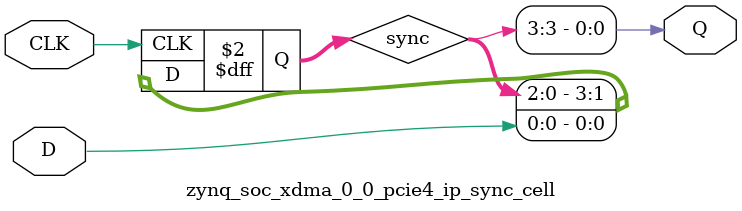
<source format=v>

`timescale 1ps / 1ps

(* DowngradeIPIdentifiedWarnings = "yes" *)
module zynq_soc_xdma_0_0_pcie4_ip_sync_cell #
(
    parameter integer STAGE = 3
)
(
    //-------------------------------------------------------------------------- 
    //  Input Ports
    //-------------------------------------------------------------------------- 
    input                               CLK,
    input                               D,
    
    //-------------------------------------------------------------------------- 
    //  Output Ports
    //-------------------------------------------------------------------------- 
    output                              Q
);
    //-------------------------------------------------------------------------- 
    //  Synchronized Signals
    //--------------------------------------------------------------------------  
    (* ASYNC_REG = "TRUE", SHIFT_EXTRACT = "NO" *) reg [STAGE:0] sync;                                                            



//--------------------------------------------------------------------------------------------------
//  Synchronizier
//--------------------------------------------------------------------------------------------------
always @ (posedge CLK)
begin

    sync <= {sync[(STAGE-1):0], D};
            
end   



//--------------------------------------------------------------------------------------------------
//  Generate Output
//--------------------------------------------------------------------------------------------------
assign Q = sync[STAGE];



endmodule

</source>
